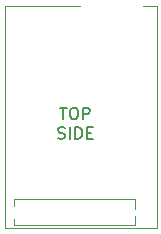
<source format=gbr>
G04 #@! TF.GenerationSoftware,KiCad,Pcbnew,(5.1.5-0-10_14)*
G04 #@! TF.CreationDate,2021-03-23T14:19:29+01:00*
G04 #@! TF.ProjectId,eByteAdapter,65427974-6541-4646-9170-7465722e6b69,rev?*
G04 #@! TF.SameCoordinates,Original*
G04 #@! TF.FileFunction,Legend,Top*
G04 #@! TF.FilePolarity,Positive*
%FSLAX46Y46*%
G04 Gerber Fmt 4.6, Leading zero omitted, Abs format (unit mm)*
G04 Created by KiCad (PCBNEW (5.1.5-0-10_14)) date 2021-03-23 14:19:29*
%MOMM*%
%LPD*%
G04 APERTURE LIST*
%ADD10C,0.120000*%
%ADD11C,0.150000*%
G04 APERTURE END LIST*
D10*
X38200000Y-17500000D02*
X39400000Y-17500000D01*
D11*
X31190476Y-26127380D02*
X31761904Y-26127380D01*
X31476190Y-27127380D02*
X31476190Y-26127380D01*
X32285714Y-26127380D02*
X32476190Y-26127380D01*
X32571428Y-26175000D01*
X32666666Y-26270238D01*
X32714285Y-26460714D01*
X32714285Y-26794047D01*
X32666666Y-26984523D01*
X32571428Y-27079761D01*
X32476190Y-27127380D01*
X32285714Y-27127380D01*
X32190476Y-27079761D01*
X32095238Y-26984523D01*
X32047619Y-26794047D01*
X32047619Y-26460714D01*
X32095238Y-26270238D01*
X32190476Y-26175000D01*
X32285714Y-26127380D01*
X33142857Y-27127380D02*
X33142857Y-26127380D01*
X33523809Y-26127380D01*
X33619047Y-26175000D01*
X33666666Y-26222619D01*
X33714285Y-26317857D01*
X33714285Y-26460714D01*
X33666666Y-26555952D01*
X33619047Y-26603571D01*
X33523809Y-26651190D01*
X33142857Y-26651190D01*
X31023809Y-28729761D02*
X31166666Y-28777380D01*
X31404761Y-28777380D01*
X31500000Y-28729761D01*
X31547619Y-28682142D01*
X31595238Y-28586904D01*
X31595238Y-28491666D01*
X31547619Y-28396428D01*
X31500000Y-28348809D01*
X31404761Y-28301190D01*
X31214285Y-28253571D01*
X31119047Y-28205952D01*
X31071428Y-28158333D01*
X31023809Y-28063095D01*
X31023809Y-27967857D01*
X31071428Y-27872619D01*
X31119047Y-27825000D01*
X31214285Y-27777380D01*
X31452380Y-27777380D01*
X31595238Y-27825000D01*
X32023809Y-28777380D02*
X32023809Y-27777380D01*
X32500000Y-28777380D02*
X32500000Y-27777380D01*
X32738095Y-27777380D01*
X32880952Y-27825000D01*
X32976190Y-27920238D01*
X33023809Y-28015476D01*
X33071428Y-28205952D01*
X33071428Y-28348809D01*
X33023809Y-28539285D01*
X32976190Y-28634523D01*
X32880952Y-28729761D01*
X32738095Y-28777380D01*
X32500000Y-28777380D01*
X33500000Y-28253571D02*
X33833333Y-28253571D01*
X33976190Y-28777380D02*
X33500000Y-28777380D01*
X33500000Y-27777380D01*
X33976190Y-27777380D01*
D10*
X26500000Y-36300000D02*
X26500000Y-17500000D01*
X39400000Y-36300000D02*
X26500000Y-36300000D01*
X39400000Y-17500000D02*
X39400000Y-36300000D01*
X26500000Y-17500000D02*
X32900000Y-17500000D01*
X37585000Y-36110000D02*
X37585000Y-35307530D01*
X37585000Y-34692470D02*
X37585000Y-33890000D01*
X27260000Y-36110000D02*
X37585000Y-36110000D01*
X27260000Y-33890000D02*
X37585000Y-33890000D01*
X27260000Y-36110000D02*
X27260000Y-35563471D01*
X27260000Y-34436529D02*
X27260000Y-33890000D01*
M02*

</source>
